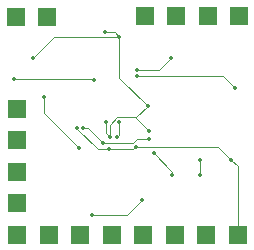
<source format=gbr>
%TF.GenerationSoftware,KiCad,Pcbnew,9.0.1*%
%TF.CreationDate,2025-09-19T11:56:04-04:00*%
%TF.ProjectId,ComputeCore,436f6d70-7574-4654-936f-72652e6b6963,rev?*%
%TF.SameCoordinates,Original*%
%TF.FileFunction,Copper,L2,Bot*%
%TF.FilePolarity,Positive*%
%FSLAX46Y46*%
G04 Gerber Fmt 4.6, Leading zero omitted, Abs format (unit mm)*
G04 Created by KiCad (PCBNEW 9.0.1) date 2025-09-19 11:56:04*
%MOMM*%
%LPD*%
G01*
G04 APERTURE LIST*
G04 Aperture macros list*
%AMRoundRect*
0 Rectangle with rounded corners*
0 $1 Rounding radius*
0 $2 $3 $4 $5 $6 $7 $8 $9 X,Y pos of 4 corners*
0 Add a 4 corners polygon primitive as box body*
4,1,4,$2,$3,$4,$5,$6,$7,$8,$9,$2,$3,0*
0 Add four circle primitives for the rounded corners*
1,1,$1+$1,$2,$3*
1,1,$1+$1,$4,$5*
1,1,$1+$1,$6,$7*
1,1,$1+$1,$8,$9*
0 Add four rect primitives between the rounded corners*
20,1,$1+$1,$2,$3,$4,$5,0*
20,1,$1+$1,$4,$5,$6,$7,0*
20,1,$1+$1,$6,$7,$8,$9,0*
20,1,$1+$1,$8,$9,$2,$3,0*%
G04 Aperture macros list end*
%TA.AperFunction,ComponentPad*%
%ADD10RoundRect,0.250000X-0.550000X-0.550000X0.550000X-0.550000X0.550000X0.550000X-0.550000X0.550000X0*%
%TD*%
%TA.AperFunction,ViaPad*%
%ADD11C,0.350000*%
%TD*%
%TA.AperFunction,Conductor*%
%ADD12C,0.100000*%
%TD*%
G04 APERTURE END LIST*
D10*
%TO.P,J18,1,Pin_1*%
%TO.N,NRST*%
X176022000Y-74549000D03*
%TD*%
%TO.P,J17,1,Pin_1*%
%TO.N,GND*%
X170688000Y-74549000D03*
%TD*%
%TO.P,J16,1,Pin_1*%
%TO.N,VDD_CLK*%
X178689000Y-74549000D03*
%TD*%
%TO.P,J15,1,Pin_1*%
%TO.N,VDD*%
X173355000Y-74549000D03*
%TD*%
%TO.P,J14,1,Pin_1*%
%TO.N,USART1_TX*%
X159893000Y-87757000D03*
%TD*%
%TO.P,J13,1,Pin_1*%
%TO.N,USART1_RX*%
X159893000Y-90424000D03*
%TD*%
%TO.P,J12,1,Pin_1*%
%TO.N,SWCLK*%
X159766000Y-74676000D03*
%TD*%
%TO.P,J11,1,Pin_1*%
%TO.N,SWDIO*%
X162433000Y-74676000D03*
%TD*%
%TO.P,J10,1,Pin_1*%
%TO.N,GPIO2*%
X159893000Y-85090000D03*
%TD*%
%TO.P,J9,1,Pin_1*%
%TO.N,GPIO1*%
X159893000Y-82423000D03*
%TD*%
%TO.P,J8,1,Pin_1*%
%TO.N,I2C2_SCL*%
X178562000Y-93091000D03*
%TD*%
%TO.P,J7,1,Pin_1*%
%TO.N,SD0*%
X159893000Y-93091000D03*
%TD*%
%TO.P,J6,1,Pin_1*%
%TO.N,SD6*%
X175895000Y-93091000D03*
%TD*%
%TO.P,J5,1,Pin_1*%
%TO.N,SD5*%
X173228000Y-93091000D03*
%TD*%
%TO.P,J4,1,Pin_1*%
%TO.N,SD4*%
X170561000Y-93091000D03*
%TD*%
%TO.P,J3,1,Pin_1*%
%TO.N,SD3*%
X167894000Y-93091000D03*
%TD*%
%TO.P,J2,1,Pin_1*%
%TO.N,SD2*%
X165227000Y-93091000D03*
%TD*%
%TO.P,J1,1,Pin_1*%
%TO.N,SD1*%
X162560000Y-93091000D03*
%TD*%
D11*
%TO.N,I2C2_SCL*%
X178562000Y-93091000D03*
%TO.N,GND*%
X166243000Y-91440000D03*
X170434000Y-90175000D03*
%TO.N,VDD*%
X161265000Y-78105000D03*
%TO.N,GND*%
X166370000Y-80010000D03*
X159609000Y-79883000D03*
%TO.N,VDD*%
X173039000Y-88011000D03*
X171470000Y-86213000D03*
%TO.N,GND*%
X175387000Y-88011000D03*
X175387000Y-86741000D03*
%TO.N,VDD*%
X170942000Y-82230000D03*
X171069000Y-84328000D03*
%TO.N,I2C2_SDA*%
X171069000Y-84968000D03*
%TO.N,I2C2_SCL*%
X169926000Y-85664000D03*
%TO.N,VDD*%
X168529000Y-76327000D03*
X167370001Y-75946000D03*
%TO.N,I2C2_SCL*%
X177989000Y-86741000D03*
%TO.N,SPI1_CLK*%
X170053000Y-79646003D03*
X178371500Y-80645000D03*
%TO.N,SPI1_CS*%
X170053000Y-79121000D03*
X172910500Y-78105000D03*
%TO.N,GND*%
X168529000Y-83566000D03*
X168377000Y-84836000D03*
%TO.N,VDD*%
X167386000Y-83566000D03*
X167737000Y-84836000D03*
%TO.N,MRST*%
X165100000Y-85725000D03*
%TO.N,I2C2_SDA*%
X167132000Y-85344000D03*
%TO.N,I2C2_SCL*%
X167640000Y-85852000D03*
%TO.N,MRST*%
X162182000Y-81410000D03*
%TO.N,I2C2_SDA*%
X165498003Y-84074000D03*
%TO.N,I2C2_SCL*%
X164973000Y-84074000D03*
%TD*%
D12*
%TO.N,I2C2_SCL*%
X178562000Y-87314000D02*
X178562000Y-93091000D01*
X177989000Y-86741000D02*
X178562000Y-87314000D01*
%TO.N,GND*%
X169169000Y-91440000D02*
X170434000Y-90175000D01*
X166243000Y-91440000D02*
X169169000Y-91440000D01*
%TO.N,VDD*%
X168529000Y-76327000D02*
X163043000Y-76327000D01*
X163043000Y-76327000D02*
X161265000Y-78105000D01*
X170942000Y-82230000D02*
X168529000Y-79817000D01*
X168529000Y-79817000D02*
X168529000Y-76327000D01*
%TO.N,GND*%
X159609000Y-79883000D02*
X166243000Y-79883000D01*
X166243000Y-79883000D02*
X166370000Y-80010000D01*
%TO.N,VDD*%
X171470000Y-86213000D02*
X173039000Y-87782000D01*
X173039000Y-87782000D02*
X173039000Y-88011000D01*
%TO.N,GND*%
X175387000Y-86741000D02*
X175387000Y-88011000D01*
%TO.N,VDD*%
X169906000Y-83165000D02*
X170007000Y-83165000D01*
X170007000Y-83165000D02*
X170942000Y-82230000D01*
X168362900Y-83165000D02*
X169906000Y-83165000D01*
X167737000Y-84836000D02*
X167737000Y-83790900D01*
X169906000Y-83165000D02*
X171069000Y-84328000D01*
X167737000Y-83790900D02*
X168362900Y-83165000D01*
%TO.N,I2C2_SDA*%
X167132000Y-85344000D02*
X169678900Y-85344000D01*
X169678900Y-85344000D02*
X170054900Y-84968000D01*
X170054900Y-84968000D02*
X171069000Y-84968000D01*
%TO.N,I2C2_SCL*%
X169926000Y-85664000D02*
X176912000Y-85664000D01*
X176912000Y-85664000D02*
X177989000Y-86741000D01*
X169672000Y-85852000D02*
X169926000Y-85598000D01*
X167640000Y-85852000D02*
X169672000Y-85852000D01*
X169926000Y-85598000D02*
X169926000Y-85664000D01*
%TO.N,VDD*%
X168529000Y-76327000D02*
X168148000Y-75946000D01*
X168148000Y-75946000D02*
X167370001Y-75946000D01*
%TO.N,SPI1_CLK*%
X170053000Y-79646003D02*
X177372503Y-79646003D01*
X177372503Y-79646003D02*
X178371500Y-80645000D01*
%TO.N,SPI1_CS*%
X170053000Y-79121000D02*
X171894500Y-79121000D01*
X171894500Y-79121000D02*
X172910500Y-78105000D01*
%TO.N,GND*%
X168529000Y-83566000D02*
X168529000Y-84684000D01*
X168529000Y-84684000D02*
X168377000Y-84836000D01*
%TO.N,VDD*%
X167386000Y-83566000D02*
X167386000Y-84485000D01*
X167386000Y-84485000D02*
X167737000Y-84836000D01*
%TO.N,MRST*%
X165100000Y-85725000D02*
X162182000Y-82807000D01*
X162182000Y-82807000D02*
X162182000Y-81410000D01*
%TO.N,I2C2_SDA*%
X165862000Y-84074000D02*
X165498003Y-84074000D01*
X167132000Y-85344000D02*
X165862000Y-84074000D01*
%TO.N,I2C2_SCL*%
X167640000Y-85852000D02*
X166708903Y-85852000D01*
X166708903Y-85852000D02*
X164973000Y-84116097D01*
X164973000Y-84116097D02*
X164973000Y-84074000D01*
%TD*%
M02*

</source>
